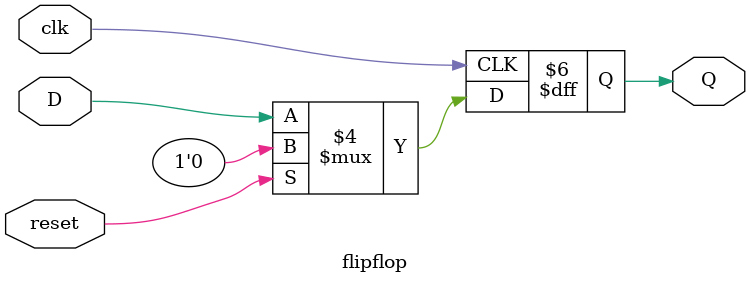
<source format=v>
module main(SW, KEY, LEDR);
    input [9:0] SW;
    input [3:0] KEY;
    output [9:0] LEDR;

    circuit z(.rotateright(~KEY[2]), .parallelloadn(~KEY[1]), .asright(~KEY[3]), .clk(~KEY[0]), .reset(SW[9]), .Data_in(SW[7:0]), .Data_out(LEDR[7:0]));
endmodule

module circuit(rotateright, parallelloadn, asright, clk, reset, Data_in, Data_out);
    input reset;
    input clk;
    input [7:0] Data_in;
    input rotateright;
    input parallelloadn;
    input asright;
    output [7:0] Data_out;

    subcircuit q0 (.right(Data_out[7]), .left(Data_out[1]), .rotateright(rotateright), .parallelloadn(parallelloadn), .clk(clk), .reset(reset), .Data_in(Data_in[0]), .Q(Data_out[0]));
    subcircuit q1 (.right(Data_out[0]), .left(Data_out[2]), .rotateright(rotateright), .parallelloadn(parallelloadn), .clk(clk), .reset(reset), .Data_in(Data_in[1]), .Q(Data_out[1]));
    subcircuit q2 (.right(Data_out[1]), .left(Data_out[3]), .rotateright(rotateright), .parallelloadn(parallelloadn), .clk(clk), .reset(reset), .Data_in(Data_in[2]), .Q(Data_out[2]));
    subcircuit q3 (.right(Data_out[2]), .left(Data_out[4]), .rotateright(rotateright), .parallelloadn(parallelloadn), .clk(clk), .reset(reset), .Data_in(Data_in[3]), .Q(Data_out[3]));
    subcircuit q4 (.right(Data_out[3]), .left(Data_out[5]), .rotateright(rotateright), .parallelloadn(parallelloadn), .clk(clk), .reset(reset), .Data_in(Data_in[4]), .Q(Data_out[4]));
    subcircuit q5 (.right(Data_out[4]), .left(Data_out[6]), .rotateright(rotateright), .parallelloadn(parallelloadn), .clk(clk), .reset(reset), .Data_in(Data_in[5]), .Q(Data_out[5]));
    subcircuit q6 (.right(Data_out[5]), .left(Data_out[7]), .rotateright(rotateright), .parallelloadn(parallelloadn), .clk(clk), .reset(reset), .Data_in(Data_in[6]), .Q(Data_out[6]));
    subcircuit_left q7 (.right(Data_out[6]), .left(Data_out[0]), .rotateright(rotateright), .parallelloadn(parallelloadn), .asright(asright), .clk(clk), .reset(reset), .Data_in(Data_in[7]), .Q(Data_out[7]));

endmodule

module subcircuit(right, left, rotateright, parallelloadn, Data_in, clk, reset, Q);
    input reset;
    input clk;
    input Data_in;
    input right;
    input left;
    input rotateright;
    input parallelloadn;
    output Q;
    wire c1, c2;
	 
    mux2to1 u1 (.a(right), .b(left), .s(rotateright), .f(c1));
    mux2to1 u2 (.a(Data_in), .b(c1), .s(parallelloadn), .f(c2));
    flipflop u3 (.reset(reset), .clk(clk), .D(c2), .Q(Q));

endmodule

module subcircuit_left(right, left, rotateright, parallelloadn, asright, Data_in, clk, reset, Q);
    input reset;
    input clk;
    input Data_in;
    input right;
    input left;
    input rotateright;
    input parallelloadn;
    input asright;
    output Q;
    wire c1, c2, c3;

    mux2to1 u0 (.a(left), .b(Q), .s(asright), .f(c1));
    mux2to1 u1 (.a(right), .b(c1), .s(rotateright), .f(c2));
    mux2to1 u2 (.a(Data_in), .b(c2), .s(parallelloadn), .f(c3));
    flipflop u3 (.reset(reset), .clk(clk), .D(c3), .Q(Q));

endmodule


module mux2to1 (a, b, s, f);
    input a;
    input b;
    input s;
    output f;

    assign f = (~s)&a || s&b;
endmodule

module flipflop (reset, clk, D, Q);
    input reset;
    input clk;
    input D;
    output reg Q;

    always@(posedge clk)//   triggered every time clock rises
        begin
            if (reset == 1'b1)//   when Reset  b is 1 (note this is tested on every rising clock edge)
                Q <= 0; // q is set to 0. Note that the assignment uses <= 
            else //   when Reset  b is 0 
                Q <= D; //   value of d passes through to output q
    end

endmodule
</source>
